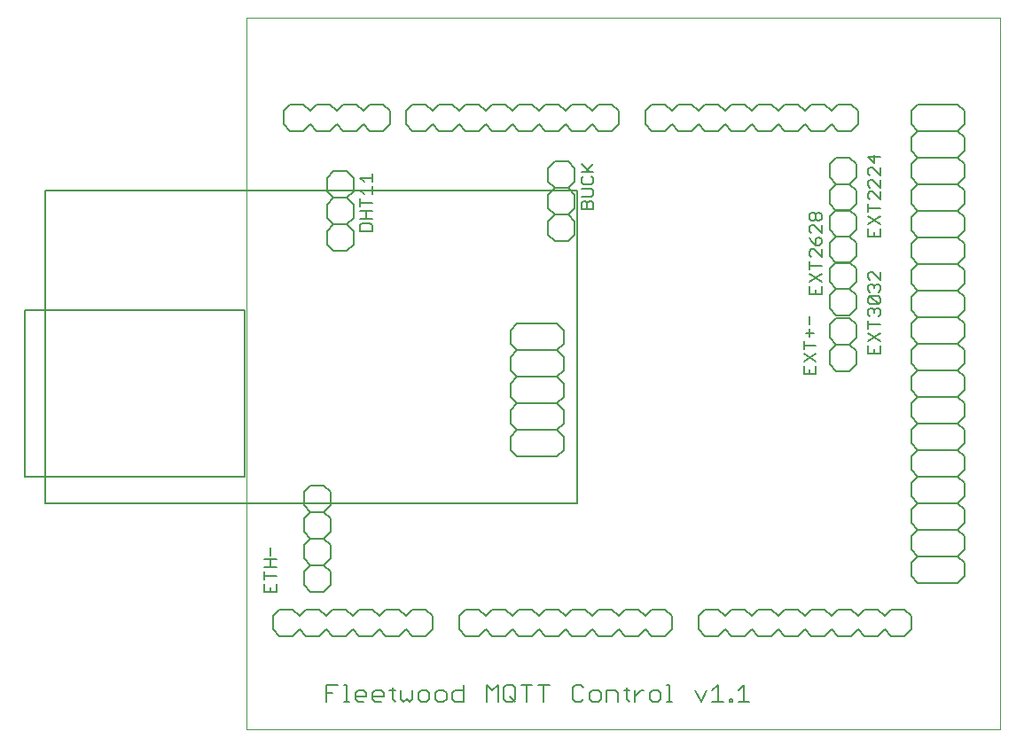
<source format=gto>
G75*
%MOIN*%
%OFA0B0*%
%FSLAX24Y24*%
%IPPOS*%
%LPD*%
%AMOC8*
5,1,8,0,0,1.08239X$1,22.5*
%
%ADD10C,0.0000*%
%ADD11C,0.0060*%
%ADD12C,0.0050*%
%ADD13C,0.0080*%
D10*
X008434Y000694D02*
X008434Y027465D01*
X036781Y027465D01*
X036781Y000694D01*
X008434Y000694D01*
D11*
X011464Y001724D02*
X011464Y002364D01*
X011891Y002364D01*
X012109Y002364D02*
X012215Y002364D01*
X012215Y001724D01*
X012109Y001724D02*
X012322Y001724D01*
X012538Y001830D02*
X012538Y002044D01*
X012645Y002151D01*
X012859Y002151D01*
X012965Y002044D01*
X012965Y001937D01*
X012538Y001937D01*
X012538Y001830D02*
X012645Y001724D01*
X012859Y001724D01*
X013183Y001830D02*
X013183Y002044D01*
X013290Y002151D01*
X013503Y002151D01*
X013610Y002044D01*
X013610Y001937D01*
X013183Y001937D01*
X013183Y001830D02*
X013290Y001724D01*
X013503Y001724D01*
X013934Y001830D02*
X014041Y001724D01*
X013934Y001830D02*
X013934Y002257D01*
X013827Y002151D02*
X014041Y002151D01*
X014257Y002151D02*
X014257Y001830D01*
X014364Y001724D01*
X014471Y001830D01*
X014577Y001724D01*
X014684Y001830D01*
X014684Y002151D01*
X014902Y002044D02*
X014902Y001830D01*
X015008Y001724D01*
X015222Y001724D01*
X015329Y001830D01*
X015329Y002044D01*
X015222Y002151D01*
X015008Y002151D01*
X014902Y002044D01*
X015546Y002044D02*
X015546Y001830D01*
X015653Y001724D01*
X015866Y001724D01*
X015973Y001830D01*
X015973Y002044D01*
X015866Y002151D01*
X015653Y002151D01*
X015546Y002044D01*
X016191Y002044D02*
X016191Y001830D01*
X016298Y001724D01*
X016618Y001724D01*
X016618Y002364D01*
X016618Y002151D02*
X016298Y002151D01*
X016191Y002044D01*
X017480Y001724D02*
X017480Y002364D01*
X017693Y002151D01*
X017907Y002364D01*
X017907Y001724D01*
X018124Y001830D02*
X018231Y001724D01*
X018445Y001724D01*
X018551Y001830D01*
X018551Y002257D01*
X018445Y002364D01*
X018231Y002364D01*
X018124Y002257D01*
X018124Y001830D01*
X018338Y001937D02*
X018551Y001724D01*
X018982Y001724D02*
X018982Y002364D01*
X018769Y002364D02*
X019196Y002364D01*
X019414Y002364D02*
X019841Y002364D01*
X019627Y002364D02*
X019627Y001724D01*
X020703Y001830D02*
X020809Y001724D01*
X021023Y001724D01*
X021130Y001830D01*
X021347Y001830D02*
X021454Y001724D01*
X021667Y001724D01*
X021774Y001830D01*
X021774Y002044D01*
X021667Y002151D01*
X021454Y002151D01*
X021347Y002044D01*
X021347Y001830D01*
X020703Y001830D02*
X020703Y002257D01*
X020809Y002364D01*
X021023Y002364D01*
X021130Y002257D01*
X021992Y002151D02*
X021992Y001724D01*
X022419Y001724D02*
X022419Y002044D01*
X022312Y002151D01*
X021992Y002151D01*
X022636Y002151D02*
X022850Y002151D01*
X022743Y002257D02*
X022743Y001830D01*
X022850Y001724D01*
X023066Y001724D02*
X023066Y002151D01*
X023279Y002151D02*
X023066Y001937D01*
X023279Y002151D02*
X023386Y002151D01*
X023603Y002044D02*
X023603Y001830D01*
X023710Y001724D01*
X023923Y001724D01*
X024030Y001830D01*
X024030Y002044D01*
X023923Y002151D01*
X023710Y002151D01*
X023603Y002044D01*
X024248Y002364D02*
X024354Y002364D01*
X024354Y001724D01*
X024248Y001724D02*
X024461Y001724D01*
X025322Y002151D02*
X025535Y001724D01*
X025749Y002151D01*
X025966Y002151D02*
X026180Y002364D01*
X026180Y001724D01*
X026393Y001724D02*
X025966Y001724D01*
X026611Y001724D02*
X026718Y001724D01*
X026718Y001830D01*
X026611Y001830D01*
X026611Y001724D01*
X026933Y001724D02*
X027360Y001724D01*
X027147Y001724D02*
X027147Y002364D01*
X026933Y002151D01*
X033438Y007444D02*
X033688Y007194D01*
X033438Y007444D02*
X033438Y007944D01*
X033688Y008194D01*
X035188Y008194D01*
X035438Y008444D01*
X035438Y008944D01*
X035188Y009194D01*
X033688Y009194D01*
X033438Y009444D01*
X033438Y009944D01*
X033688Y010194D01*
X035188Y010194D01*
X035438Y010444D01*
X035438Y010944D01*
X035188Y011194D01*
X033688Y011194D01*
X033438Y011444D01*
X033438Y011944D01*
X033688Y012194D01*
X035188Y012194D01*
X035438Y012444D01*
X035438Y012944D01*
X035188Y013194D01*
X033688Y013194D01*
X033438Y013444D01*
X033438Y013944D01*
X033688Y014194D01*
X035188Y014194D01*
X035438Y013944D01*
X035438Y013444D01*
X035188Y013194D01*
X035188Y012194D02*
X035438Y011944D01*
X035438Y011444D01*
X035188Y011194D01*
X035188Y010194D02*
X035438Y009944D01*
X035438Y009444D01*
X035188Y009194D01*
X035188Y008194D02*
X035438Y007944D01*
X035438Y007444D01*
X035188Y007194D01*
X033688Y008194D02*
X033438Y008444D01*
X033438Y008944D01*
X033688Y009194D01*
X033688Y010194D02*
X033438Y010444D01*
X033438Y010944D01*
X033688Y011194D01*
X033688Y012194D02*
X033438Y012444D01*
X033438Y012944D01*
X033688Y013194D01*
X033688Y014194D02*
X033438Y014444D01*
X033438Y014944D01*
X033688Y015194D01*
X035188Y015194D01*
X035438Y014944D01*
X035438Y014444D01*
X035188Y014194D01*
X035188Y015194D02*
X035438Y015444D01*
X035438Y015944D01*
X035188Y016194D01*
X033688Y016194D01*
X033438Y016444D01*
X033438Y016944D01*
X033688Y017194D01*
X035188Y017194D01*
X035438Y017444D01*
X035438Y017944D01*
X035188Y018194D01*
X033688Y018194D01*
X033438Y018444D01*
X033438Y018944D01*
X033688Y019194D01*
X035188Y019194D01*
X035438Y019444D01*
X035438Y019944D01*
X035188Y020194D01*
X033688Y020194D01*
X033438Y020444D01*
X033438Y020944D01*
X033688Y021194D01*
X035188Y021194D01*
X035438Y021444D01*
X035438Y021944D01*
X035188Y022194D01*
X033688Y022194D01*
X033438Y022444D01*
X033438Y022944D01*
X033688Y023194D01*
X033688Y022194D02*
X033438Y021944D01*
X033438Y021444D01*
X033688Y021194D01*
X033688Y020194D02*
X033438Y019944D01*
X033438Y019444D01*
X033688Y019194D01*
X033688Y018194D02*
X033438Y017944D01*
X033438Y017444D01*
X033688Y017194D01*
X033688Y016194D02*
X033438Y015944D01*
X033438Y015444D01*
X033688Y015194D01*
X035188Y016194D02*
X035438Y016444D01*
X035438Y016944D01*
X035188Y017194D01*
X035188Y018194D02*
X035438Y018444D01*
X035438Y018944D01*
X035188Y019194D01*
X035188Y020194D02*
X035438Y020444D01*
X035438Y020944D01*
X035188Y021194D01*
X035188Y022194D02*
X035438Y022444D01*
X035438Y022944D01*
X035188Y023194D01*
X031375Y021948D02*
X031375Y021448D01*
X031125Y021198D01*
X031375Y020948D01*
X031375Y020448D01*
X031125Y020198D01*
X030625Y020198D01*
X030375Y020448D01*
X030375Y020948D01*
X030625Y021198D01*
X030375Y021448D01*
X030375Y021948D01*
X030625Y022198D01*
X031125Y022198D01*
X031375Y021948D01*
X031125Y021198D02*
X030625Y021198D01*
X030625Y020229D02*
X030375Y019979D01*
X030375Y019479D01*
X030625Y019229D01*
X030375Y018979D01*
X030375Y018479D01*
X030625Y018229D01*
X031125Y018229D01*
X031375Y018479D01*
X031375Y018979D01*
X031125Y019229D01*
X030625Y019229D01*
X031125Y019229D02*
X031375Y019479D01*
X031375Y019979D01*
X031125Y020229D01*
X030625Y020229D01*
X030625Y018261D02*
X030375Y018011D01*
X030375Y017511D01*
X030625Y017261D01*
X030375Y017011D01*
X030375Y016511D01*
X030625Y016261D01*
X031125Y016261D01*
X031375Y016511D01*
X031375Y017011D01*
X031125Y017261D01*
X030625Y017261D01*
X031125Y017261D02*
X031375Y017511D01*
X031375Y018011D01*
X031125Y018261D01*
X030625Y018261D01*
X030625Y016166D02*
X030375Y015916D01*
X030375Y015416D01*
X030625Y015166D01*
X030375Y014916D01*
X030375Y014416D01*
X030625Y014166D01*
X031125Y014166D01*
X031375Y014416D01*
X031375Y014916D01*
X031125Y015166D01*
X030625Y015166D01*
X031125Y015166D02*
X031375Y015416D01*
X031375Y015916D01*
X031125Y016166D01*
X030625Y016166D01*
X020788Y019306D02*
X020538Y019056D01*
X020038Y019056D01*
X019788Y019306D01*
X019788Y019806D01*
X020038Y020056D01*
X019788Y020306D01*
X019788Y020806D01*
X020038Y021056D01*
X019788Y021306D01*
X019788Y021806D01*
X020038Y022056D01*
X020538Y022056D01*
X020788Y021806D01*
X020788Y021306D01*
X020538Y021056D01*
X020788Y020806D01*
X020788Y020306D01*
X020538Y020056D01*
X020788Y019806D01*
X020788Y019306D01*
X020538Y020056D02*
X020038Y020056D01*
X020038Y021056D02*
X020538Y021056D01*
X020125Y015944D02*
X018625Y015944D01*
X018375Y015694D01*
X018375Y015194D01*
X018625Y014944D01*
X020125Y014944D01*
X020375Y015194D01*
X020375Y015694D01*
X020125Y015944D01*
X020125Y014944D02*
X020375Y014694D01*
X020375Y014194D01*
X020125Y013944D01*
X018625Y013944D01*
X018375Y014194D01*
X018375Y014694D01*
X018625Y014944D01*
X018625Y013944D02*
X018375Y013694D01*
X018375Y013194D01*
X018625Y012944D01*
X020125Y012944D01*
X020375Y013194D01*
X020375Y013694D01*
X020125Y013944D01*
X020125Y012944D02*
X020375Y012694D01*
X020375Y012194D01*
X020125Y011944D01*
X018625Y011944D01*
X018375Y012194D01*
X018375Y012694D01*
X018625Y012944D01*
X018625Y011944D02*
X018375Y011694D01*
X018375Y011194D01*
X018625Y010944D01*
X020125Y010944D01*
X020375Y011194D01*
X020375Y011694D01*
X020125Y011944D01*
X011615Y009613D02*
X011615Y009113D01*
X011365Y008863D01*
X011615Y008613D01*
X011615Y008113D01*
X011365Y007863D01*
X011615Y007613D01*
X011615Y007113D01*
X011365Y006863D01*
X011615Y006613D01*
X011615Y006113D01*
X011365Y005863D01*
X010865Y005863D01*
X010615Y006113D01*
X010615Y006613D01*
X010865Y006863D01*
X010615Y007113D01*
X010615Y007613D01*
X010865Y007863D01*
X011365Y007863D01*
X010865Y007863D01*
X010615Y008113D01*
X010615Y008613D01*
X010865Y008863D01*
X010615Y009113D01*
X010615Y009613D01*
X010865Y009863D01*
X011365Y009863D01*
X011615Y009613D01*
X011365Y008863D02*
X010865Y008863D01*
X010865Y006863D02*
X011365Y006863D01*
X011464Y002044D02*
X011678Y002044D01*
X011727Y018682D02*
X011477Y018932D01*
X011477Y019432D01*
X011727Y019682D01*
X011477Y019932D01*
X011477Y020432D01*
X011727Y020682D01*
X011477Y020932D01*
X011477Y021432D01*
X011727Y021682D01*
X012227Y021682D01*
X012477Y021432D01*
X012477Y020932D01*
X012227Y020682D01*
X012477Y020432D01*
X012477Y019932D01*
X012227Y019682D01*
X012477Y019432D01*
X012477Y018932D01*
X012227Y018682D01*
X011727Y018682D01*
X011727Y019682D02*
X012227Y019682D01*
X012227Y020682D02*
X011727Y020682D01*
D12*
X012722Y020656D02*
X012722Y020356D01*
X012722Y020506D02*
X013172Y020506D01*
X013172Y020816D02*
X013172Y021116D01*
X013172Y020966D02*
X012722Y020966D01*
X012872Y020816D01*
X012872Y021276D02*
X012722Y021427D01*
X013172Y021427D01*
X013172Y021577D02*
X013172Y021276D01*
X013172Y020196D02*
X012722Y020196D01*
X012947Y020196D02*
X012947Y019895D01*
X012797Y019735D02*
X012722Y019660D01*
X012722Y019435D01*
X013172Y019435D01*
X013172Y019660D01*
X013097Y019735D01*
X012797Y019735D01*
X012722Y019895D02*
X013172Y019895D01*
X008375Y016444D02*
X000125Y016444D01*
X000125Y010194D01*
X008375Y010194D01*
X008375Y016444D01*
X000875Y020944D02*
X000875Y009194D01*
X020875Y009194D01*
X020875Y020944D01*
X000875Y020944D01*
X009358Y007539D02*
X009358Y007239D01*
X009358Y007079D02*
X009358Y006779D01*
X009583Y006779D02*
X009132Y006779D01*
X009132Y006619D02*
X009132Y006318D01*
X009132Y006469D02*
X009583Y006469D01*
X009583Y006158D02*
X009583Y005858D01*
X009132Y005858D01*
X009132Y006158D01*
X009358Y006008D02*
X009358Y005858D01*
X009132Y007079D02*
X009583Y007079D01*
X021033Y020269D02*
X021033Y020495D01*
X021108Y020570D01*
X021183Y020570D01*
X021258Y020495D01*
X021258Y020269D01*
X021483Y020269D02*
X021033Y020269D01*
X021258Y020495D02*
X021333Y020570D01*
X021408Y020570D01*
X021483Y020495D01*
X021483Y020269D01*
X021408Y020730D02*
X021033Y020730D01*
X021033Y021030D02*
X021408Y021030D01*
X021483Y020955D01*
X021483Y020805D01*
X021408Y020730D01*
X021408Y021190D02*
X021108Y021190D01*
X021033Y021265D01*
X021033Y021415D01*
X021108Y021490D01*
X021033Y021651D02*
X021483Y021651D01*
X021333Y021651D02*
X021033Y021951D01*
X021258Y021726D02*
X021483Y021951D01*
X021408Y021490D02*
X021483Y021415D01*
X021483Y021265D01*
X021408Y021190D01*
X029480Y015598D02*
X029780Y015598D01*
X029630Y015448D02*
X029630Y015748D01*
X029630Y015908D02*
X029630Y016209D01*
X029620Y017061D02*
X030070Y017061D01*
X030070Y017362D01*
X030070Y017522D02*
X029620Y017822D01*
X029620Y017982D02*
X029620Y018282D01*
X029620Y018132D02*
X030070Y018132D01*
X030070Y017822D02*
X029620Y017522D01*
X029620Y017362D02*
X029620Y017061D01*
X029845Y017061D02*
X029845Y017212D01*
X029695Y018443D02*
X029620Y018518D01*
X029620Y018668D01*
X029695Y018743D01*
X029770Y018743D01*
X030070Y018443D01*
X030070Y018743D01*
X029995Y018903D02*
X029845Y018903D01*
X029845Y019128D01*
X029920Y019203D01*
X029995Y019203D01*
X030070Y019128D01*
X030070Y018978D01*
X029995Y018903D01*
X029845Y018903D02*
X029695Y019053D01*
X029620Y019203D01*
X029695Y019363D02*
X029620Y019438D01*
X029620Y019589D01*
X029695Y019664D01*
X029770Y019664D01*
X030070Y019363D01*
X030070Y019664D01*
X029995Y019824D02*
X029920Y019824D01*
X029845Y019899D01*
X029845Y020049D01*
X029920Y020124D01*
X029995Y020124D01*
X030070Y020049D01*
X030070Y019899D01*
X029995Y019824D01*
X029845Y019899D02*
X029770Y019824D01*
X029695Y019824D01*
X029620Y019899D01*
X029620Y020049D01*
X029695Y020124D01*
X029770Y020124D01*
X029845Y020049D01*
X031816Y019987D02*
X032267Y019687D01*
X032267Y019527D02*
X032267Y019227D01*
X031816Y019227D01*
X031816Y019527D01*
X031816Y019687D02*
X032267Y019987D01*
X032267Y020298D02*
X031816Y020298D01*
X031816Y020148D02*
X031816Y020448D01*
X031892Y020608D02*
X031816Y020683D01*
X031816Y020833D01*
X031892Y020908D01*
X031967Y020908D01*
X032267Y020608D01*
X032267Y020908D01*
X032267Y021068D02*
X031967Y021369D01*
X031892Y021369D01*
X031816Y021293D01*
X031816Y021143D01*
X031892Y021068D01*
X032267Y021068D02*
X032267Y021369D01*
X032267Y021529D02*
X031967Y021829D01*
X031892Y021829D01*
X031816Y021754D01*
X031816Y021604D01*
X031892Y021529D01*
X032267Y021529D02*
X032267Y021829D01*
X032042Y021989D02*
X032042Y022289D01*
X032267Y022214D02*
X031816Y022214D01*
X032042Y021989D01*
X032042Y019377D02*
X032042Y019227D01*
X031974Y017902D02*
X031899Y017902D01*
X031824Y017826D01*
X031824Y017676D01*
X031899Y017601D01*
X031899Y017441D02*
X031824Y017366D01*
X031824Y017216D01*
X031899Y017141D01*
X031899Y016981D02*
X032200Y016681D01*
X032275Y016756D01*
X032275Y016906D01*
X032200Y016981D01*
X031899Y016981D01*
X031824Y016906D01*
X031824Y016756D01*
X031899Y016681D01*
X032200Y016681D01*
X032200Y016520D02*
X032275Y016445D01*
X032275Y016295D01*
X032200Y016220D01*
X032050Y016370D02*
X032050Y016445D01*
X032125Y016520D01*
X032200Y016520D01*
X032050Y016445D02*
X031974Y016520D01*
X031899Y016520D01*
X031824Y016445D01*
X031824Y016295D01*
X031899Y016220D01*
X031824Y016060D02*
X031824Y015760D01*
X031824Y015910D02*
X032275Y015910D01*
X032275Y015600D02*
X031824Y015299D01*
X031824Y015139D02*
X031824Y014839D01*
X032275Y014839D01*
X032275Y015139D01*
X032275Y015299D02*
X031824Y015600D01*
X032050Y014989D02*
X032050Y014839D01*
X029855Y014827D02*
X029405Y014527D01*
X029405Y014367D02*
X029405Y014067D01*
X029855Y014067D01*
X029855Y014367D01*
X029855Y014527D02*
X029405Y014827D01*
X029405Y014988D02*
X029405Y015288D01*
X029405Y015138D02*
X029855Y015138D01*
X029630Y014217D02*
X029630Y014067D01*
X032200Y017141D02*
X032275Y017216D01*
X032275Y017366D01*
X032200Y017441D01*
X032125Y017441D01*
X032050Y017366D01*
X032050Y017291D01*
X032050Y017366D02*
X031974Y017441D01*
X031899Y017441D01*
X032275Y017601D02*
X031974Y017902D01*
X032275Y017902D02*
X032275Y017601D01*
D13*
X031188Y023194D02*
X030688Y023194D01*
X030438Y023444D01*
X030188Y023194D01*
X029688Y023194D01*
X029438Y023444D01*
X029188Y023194D01*
X028688Y023194D01*
X028438Y023444D01*
X028188Y023194D01*
X027688Y023194D01*
X027438Y023444D01*
X027188Y023194D01*
X026688Y023194D01*
X026438Y023444D01*
X026188Y023194D01*
X025688Y023194D01*
X025438Y023444D01*
X025188Y023194D01*
X024688Y023194D01*
X024438Y023444D01*
X024188Y023194D01*
X023688Y023194D01*
X023438Y023444D01*
X023438Y023944D01*
X023688Y024194D01*
X024188Y024194D01*
X024438Y023944D01*
X024688Y024194D01*
X025188Y024194D01*
X025438Y023944D01*
X025688Y024194D01*
X026188Y024194D01*
X026438Y023944D01*
X026688Y024194D01*
X027188Y024194D01*
X027438Y023944D01*
X027688Y024194D01*
X028188Y024194D01*
X028438Y023944D01*
X028688Y024194D01*
X029188Y024194D01*
X029438Y023944D01*
X029688Y024194D01*
X030188Y024194D01*
X030438Y023944D01*
X030688Y024194D01*
X031188Y024194D01*
X031438Y023944D01*
X031438Y023444D01*
X031188Y023194D01*
X033438Y023444D02*
X033688Y023194D01*
X035188Y023194D01*
X035438Y023444D01*
X035438Y023944D01*
X035188Y024194D01*
X033688Y024194D01*
X033438Y023944D01*
X033438Y023444D01*
X022438Y023444D02*
X022188Y023194D01*
X021688Y023194D01*
X021438Y023444D01*
X021188Y023194D01*
X020688Y023194D01*
X020438Y023444D01*
X020188Y023194D01*
X019688Y023194D01*
X019438Y023444D01*
X019188Y023194D01*
X018688Y023194D01*
X018438Y023444D01*
X018188Y023194D01*
X017688Y023194D01*
X017438Y023444D01*
X017188Y023194D01*
X016688Y023194D01*
X016438Y023444D01*
X016188Y023194D01*
X015688Y023194D01*
X015438Y023444D01*
X015188Y023194D01*
X014688Y023194D01*
X014438Y023444D01*
X014438Y023944D01*
X014688Y024194D01*
X015188Y024194D01*
X015438Y023944D01*
X015688Y024194D01*
X016188Y024194D01*
X016438Y023944D01*
X016688Y024194D01*
X017188Y024194D01*
X017438Y023944D01*
X017688Y024194D01*
X018188Y024194D01*
X018438Y023944D01*
X018688Y024194D01*
X019188Y024194D01*
X019438Y023944D01*
X019688Y024194D01*
X020188Y024194D01*
X020438Y023944D01*
X020688Y024194D01*
X021188Y024194D01*
X021438Y023944D01*
X021688Y024194D01*
X022188Y024194D01*
X022438Y023944D01*
X022438Y023444D01*
X013838Y023444D02*
X013588Y023194D01*
X013088Y023194D01*
X012838Y023444D01*
X012588Y023194D01*
X012088Y023194D01*
X011838Y023444D01*
X011588Y023194D01*
X011088Y023194D01*
X010838Y023444D01*
X010588Y023194D01*
X010088Y023194D01*
X009838Y023444D01*
X009838Y023944D01*
X010088Y024194D01*
X010588Y024194D01*
X010838Y023944D01*
X011088Y024194D01*
X011588Y024194D01*
X011838Y023944D01*
X012088Y024194D01*
X012588Y024194D01*
X012838Y023944D01*
X013088Y024194D01*
X013588Y024194D01*
X013838Y023944D01*
X013838Y023444D01*
X033438Y006944D02*
X033688Y007194D01*
X035188Y007194D01*
X035438Y006944D01*
X035438Y006444D01*
X035188Y006194D01*
X033688Y006194D01*
X033438Y006444D01*
X033438Y006944D01*
X033188Y005194D02*
X032688Y005194D01*
X032438Y004944D01*
X032188Y005194D01*
X031688Y005194D01*
X031438Y004944D01*
X031188Y005194D01*
X030688Y005194D01*
X030438Y004944D01*
X030188Y005194D01*
X029688Y005194D01*
X029438Y004944D01*
X029188Y005194D01*
X028688Y005194D01*
X028438Y004944D01*
X028188Y005194D01*
X027688Y005194D01*
X027438Y004944D01*
X027188Y005194D01*
X026688Y005194D01*
X026438Y004944D01*
X026188Y005194D01*
X025688Y005194D01*
X025438Y004944D01*
X025438Y004444D01*
X025688Y004194D01*
X026188Y004194D01*
X026438Y004444D01*
X026688Y004194D01*
X027188Y004194D01*
X027438Y004444D01*
X027688Y004194D01*
X028188Y004194D01*
X028438Y004444D01*
X028688Y004194D01*
X029188Y004194D01*
X029438Y004444D01*
X029688Y004194D01*
X030188Y004194D01*
X030438Y004444D01*
X030688Y004194D01*
X031188Y004194D01*
X031438Y004444D01*
X031688Y004194D01*
X032188Y004194D01*
X032438Y004444D01*
X032688Y004194D01*
X033188Y004194D01*
X033438Y004444D01*
X033438Y004944D01*
X033188Y005194D01*
X024438Y004944D02*
X024438Y004444D01*
X024188Y004194D01*
X023688Y004194D01*
X023438Y004444D01*
X023188Y004194D01*
X022688Y004194D01*
X022438Y004444D01*
X022188Y004194D01*
X021688Y004194D01*
X021438Y004444D01*
X021188Y004194D01*
X020688Y004194D01*
X020438Y004444D01*
X020188Y004194D01*
X019688Y004194D01*
X019438Y004444D01*
X019188Y004194D01*
X018688Y004194D01*
X018438Y004444D01*
X018188Y004194D01*
X017688Y004194D01*
X017438Y004444D01*
X017188Y004194D01*
X016688Y004194D01*
X016438Y004444D01*
X016438Y004944D01*
X016688Y005194D01*
X017188Y005194D01*
X017438Y004944D01*
X017688Y005194D01*
X018188Y005194D01*
X018438Y004944D01*
X018688Y005194D01*
X019188Y005194D01*
X019438Y004944D01*
X019688Y005194D01*
X020188Y005194D01*
X020438Y004944D01*
X020688Y005194D01*
X021188Y005194D01*
X021438Y004944D01*
X021688Y005194D01*
X022188Y005194D01*
X022438Y004944D01*
X022688Y005194D01*
X023188Y005194D01*
X023438Y004944D01*
X023688Y005194D01*
X024188Y005194D01*
X024438Y004944D01*
X015438Y004944D02*
X015438Y004444D01*
X015188Y004194D01*
X014688Y004194D01*
X014438Y004444D01*
X014188Y004194D01*
X013688Y004194D01*
X013438Y004444D01*
X013188Y004194D01*
X012688Y004194D01*
X012438Y004444D01*
X012188Y004194D01*
X011688Y004194D01*
X011438Y004444D01*
X011188Y004194D01*
X010688Y004194D01*
X010438Y004444D01*
X010188Y004194D01*
X009688Y004194D01*
X009438Y004444D01*
X009438Y004944D01*
X009688Y005194D01*
X010188Y005194D01*
X010438Y004944D01*
X010688Y005194D01*
X011188Y005194D01*
X011438Y004944D01*
X011688Y005194D01*
X012188Y005194D01*
X012438Y004944D01*
X012688Y005194D01*
X013188Y005194D01*
X013438Y004944D01*
X013688Y005194D01*
X014188Y005194D01*
X014438Y004944D01*
X014688Y005194D01*
X015188Y005194D01*
X015438Y004944D01*
M02*

</source>
